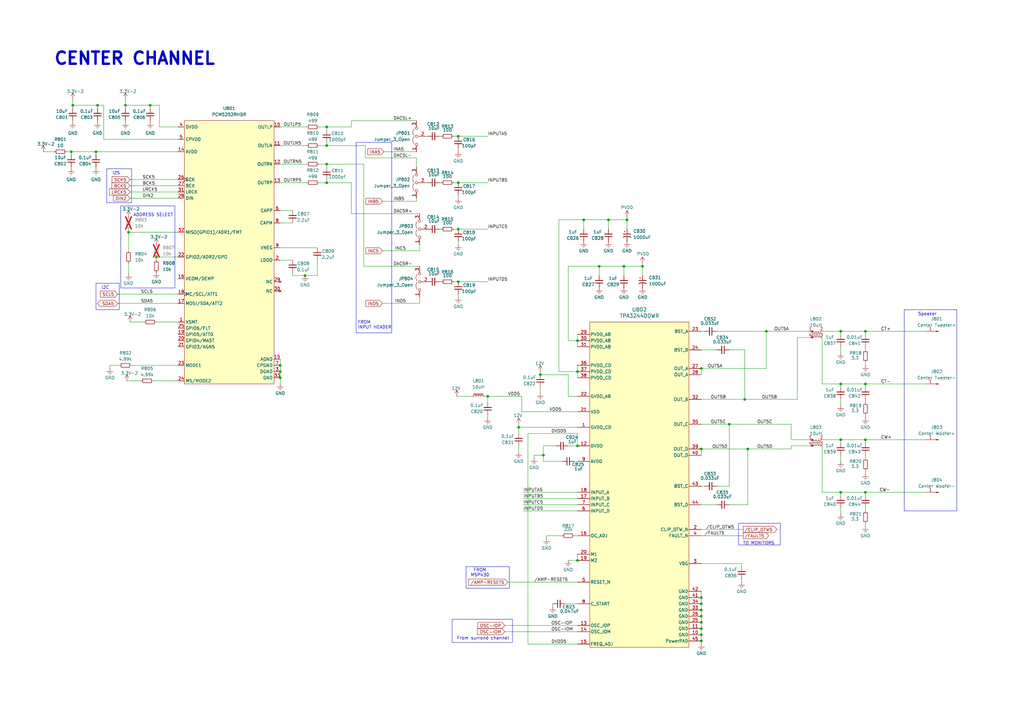
<source format=kicad_sch>
(kicad_sch (version 20250114) (generator "eeschema") (generator_version "9.0")
  (paper "A3")
  (title_block (title "Amplificateur Audio (Base Saine)") (date "2025-05-19") (rev "1.0") (company "NDG"))
  (rectangle (start 49.53 84.455) (end 71.755 118.11))
  (rectangle (start 370.84 127) (end 392.43 209.55))
  (rectangle (start 302.895 214.63) (end 320.04 223.52))
  (rectangle (start 185.42 254) (end 210.185 263.525))
  (rectangle (start 191.135 232.41) (end 208.915 241.3))
  (rectangle (start 39.37 116.205) (end 48.895 127))
  (rectangle (start 43.815 69.215) (end 53.975 83.185))
  (rectangle (start 146.05 58.42) (end 160.655 136.525))
  (text "Speaker\n" (at 380.365 128.905 0) (effects (font (size 1.27 1.27))))
  (text "I2S\n" (at 47.625 71.12 0) (effects (font (size 1.27 1.27))))
  (text "FROM\nMSP430\n" (at 196.85 234.95 0) (effects (font (size 1.27 1.27))))
  (text "CENTER CHANNEL\n" (at 55.245 24.13 0) (effects (font (size 5 5) (thickness 1) (bold yes))))
  (text "TO MONITORS" (at 311.15 222.885 0) (effects (font (size 1.27 1.27))))
  (text "From surrond channel\n\n" (at 198.12 262.89 0) (effects (font (size 1.27 1.27))))
  (text "ADDRESS SELECT" (at 62.865 88.265 0) (effects (font (size 1.27 1.27))))
  (text "FROM\nINPUT HEADER" (at 146.685 133.35 0) (effects (font (size 1.27 1.27)) (justify left)))
  (text "I2C\n" (at 43.18 118.11 0) (effects (font (size 1.27 1.27))))
  (junction (at 40.005 43.18))
  (junction (at 287.655 262.89))
  (junction (at 133.985 52.07))
  (junction (at 257.175 90.17))
  (junction (at 306.705 184.15))
  (junction (at 187.96 55.88))
  (junction (at 222.885 186.69))
  (junction (at 255.905 109.22))
  (junction (at 287.655 151.13))
  (junction (at 287.655 252.73))
  (junction (at 187.96 115.57))
  (junction (at 287.655 247.65))
  (junction (at 249.555 90.17))
  (junction (at 344.805 135.89))
  (junction (at 344.805 180.34))
  (junction (at 287.655 257.81))
  (junction (at 52.705 95.25))
  (junction (at 314.325 135.89))
  (junction (at 133.985 59.69))
  (junction (at 245.745 109.22))
  (junction (at 187.96 93.98))
  (junction (at 344.805 157.48))
  (junction (at 344.805 201.93))
  (junction (at 236.855 229.87))
  (junction (at 287.655 260.35))
  (junction (at 114.935 149.86))
  (junction (at 114.935 152.4))
  (junction (at 287.655 255.27))
  (junction (at 29.845 43.18))
  (junction (at 287.655 250.19))
  (junction (at 239.395 90.17))
  (junction (at 354.965 180.34))
  (junction (at 354.965 201.93))
  (junction (at 221.615 153.67))
  (junction (at 287.655 245.11))
  (junction (at 125.095 113.03))
  (junction (at 187.96 74.93))
  (junction (at 305.435 163.83))
  (junction (at 299.085 173.99))
  (junction (at 114.935 154.94))
  (junction (at 236.855 182.88))
  (junction (at 29.21 62.23))
  (junction (at 200.025 162.56))
  (junction (at 64.135 105.41))
  (junction (at 236.855 152.4))
  (junction (at 61.595 43.18))
  (junction (at 39.37 62.23))
  (junction (at 212.725 175.26))
  (junction (at 354.965 157.48))
  (junction (at 354.965 135.89))
  (junction (at 236.855 139.7))
  (junction (at 287.655 184.15))
  (junction (at 263.525 109.22))
  (junction (at 133.985 74.93))
  (junction (at 51.435 43.18))
  (junction (at 133.985 67.31))
  (wire (pts (xy 306.705 184.15) (xy 306.705 207.01)))
  (wire (pts (xy 287.655 184.15) (xy 287.655 186.69)))
  (wire (pts (xy 231.775 247.65) (xy 236.855 247.65)))
  (wire (pts (xy 51.435 40.64) (xy 51.435 43.18)))
  (wire (pts (xy 144.145 52.07) (xy 133.985 52.07)))
  (wire (pts (xy 233.045 229.87) (xy 236.855 229.87)))
  (wire (pts (xy 65.405 52.07) (xy 73.025 52.07)))
  (wire (pts (xy 219.075 186.69) (xy 222.885 186.69)))
  (wire (pts (xy 175.26 115.57) (xy 175.895 115.57)))
  (wire (pts (xy 304.165 238.76) (xy 304.165 237.49)))
  (wire (pts (xy 305.435 143.51) (xy 305.435 163.83)))
  (wire (pts (xy 344.805 180.34) (xy 344.805 181.61)))
  (wire (pts (xy 114.935 52.07) (xy 125.73 52.07)))
  (wire (pts (xy 230.505 189.23) (xy 222.885 189.23)))
  (wire (pts (xy 216.535 177.8) (xy 236.855 177.8)))
  (wire (pts (xy 48.26 120.65) (xy 73.025 120.65)))
  (wire (pts (xy 287.655 250.19) (xy 287.655 252.73)))
  (wire (pts (xy 287.655 257.81) (xy 287.655 260.35)))
  (wire (pts (xy 354.965 180.34) (xy 379.73 180.34)))
  (wire (pts (xy 222.885 182.88) (xy 222.885 186.69)))
  (wire (pts (xy 17.78 62.23) (xy 22.225 62.23)))
  (wire (pts (xy 288.925 135.89) (xy 287.655 135.89)))
  (wire (pts (xy 233.045 182.88) (xy 236.855 182.88)))
  (wire (pts (xy 144.145 49.53) (xy 144.145 52.07)))
  (wire (pts (xy 233.045 162.56) (xy 236.855 162.56)))
  (wire (pts (xy 62.865 156.21) (xy 73.025 156.21)))
  (wire (pts (xy 229.235 90.17) (xy 239.395 90.17)))
  (wire (pts (xy 42.545 57.15) (xy 42.545 43.18)))
  (wire (pts (xy 200.025 162.56) (xy 200.025 165.1)))
  (wire (pts (xy 337.185 157.48) (xy 344.805 157.48)))
  (wire (pts (xy 186.055 115.57) (xy 187.96 115.57)))
  (wire (pts (xy 324.485 182.88) (xy 324.485 184.15)))
  (wire (pts (xy 324.485 184.15) (xy 306.705 184.15)))
  (wire (pts (xy 354.965 209.55) (xy 354.965 208.28)))
  (wire (pts (xy 287.655 173.99) (xy 299.085 173.99)))
  (wire (pts (xy 120.015 113.03) (xy 125.095 113.03)))
  (wire (pts (xy 379.73 135.89) (xy 354.965 135.89)))
  (wire (pts (xy 354.965 171.45) (xy 354.965 170.18)))
  (wire (pts (xy 53.975 149.86) (xy 73.025 149.86)))
  (wire (pts (xy 172.085 109.22) (xy 149.225 109.22)))
  (wire (pts (xy 287.655 151.13) (xy 287.655 153.67)))
  (wire (pts (xy 29.21 62.23) (xy 39.37 62.23)))
  (wire (pts (xy 212.725 185.42) (xy 212.725 182.88)))
  (wire (pts (xy 61.595 50.165) (xy 61.595 49.53)))
  (wire (pts (xy 39.37 69.215) (xy 39.37 68.58)))
  (wire (pts (xy 354.965 143.51) (xy 354.965 142.24)))
  (wire (pts (xy 344.805 135.89) (xy 344.805 137.16)))
  (wire (pts (xy 156.845 82.55) (xy 170.815 82.55)))
  (wire (pts (xy 125.095 113.03) (xy 130.175 113.03)))
  (wire (pts (xy 133.985 74.93) (xy 133.985 73.66)))
  (wire (pts (xy 257.175 90.17) (xy 249.555 90.17)))
  (wire (pts (xy 39.37 62.23) (xy 73.025 62.23)))
  (wire (pts (xy 51.435 43.18) (xy 51.435 44.45)))
  (wire (pts (xy 175.26 74.93) (xy 174.625 74.93)))
  (wire (pts (xy 354.965 135.89) (xy 354.965 137.16)))
  (wire (pts (xy 212.725 175.26) (xy 212.725 177.8)))
  (wire (pts (xy 186.055 93.98) (xy 187.96 93.98)))
  (wire (pts (xy 235.585 189.23) (xy 236.855 189.23)))
  (wire (pts (xy 144.145 87.63) (xy 144.145 74.93)))
  (wire (pts (xy 53.34 81.28) (xy 73.025 81.28)))
  (wire (pts (xy 263.525 109.22) (xy 255.905 109.22)))
  (wire (pts (xy 172.085 87.63) (xy 144.145 87.63)))
  (wire (pts (xy 207.01 259.08) (xy 236.855 259.08)))
  (wire (pts (xy 53.34 78.74) (xy 73.025 78.74)))
  (wire (pts (xy 354.965 194.31) (xy 354.965 193.04)))
  (wire (pts (xy 170.815 49.53) (xy 144.145 49.53)))
  (wire (pts (xy 354.965 157.48) (xy 379.73 157.48)))
  (wire (pts (xy 213.995 162.56) (xy 200.025 162.56)))
  (wire (pts (xy 133.985 59.69) (xy 130.81 59.69)))
  (wire (pts (xy 337.185 180.34) (xy 344.805 180.34)))
  (wire (pts (xy 64.135 106.68) (xy 64.135 105.41)))
  (wire (pts (xy 236.855 137.16) (xy 236.855 139.7)))
  (wire (pts (xy 249.555 90.17) (xy 249.555 93.98)))
  (wire (pts (xy 287.655 245.11) (xy 287.655 247.65)))
  (wire (pts (xy 52.07 156.21) (xy 57.785 156.21)))
  (wire (pts (xy 120.015 91.44) (xy 114.935 91.44)))
  (wire (pts (xy 175.26 93.98) (xy 175.895 93.98)))
  (wire (pts (xy 354.965 157.48) (xy 354.965 158.75)))
  (wire (pts (xy 42.545 43.18) (xy 40.005 43.18)))
  (wire (pts (xy 73.025 57.15) (xy 42.545 57.15)))
  (wire (pts (xy 64.135 132.08) (xy 73.025 132.08)))
  (wire (pts (xy 65.405 43.18) (xy 61.595 43.18)))
  (wire (pts (xy 187.96 81.28) (xy 187.96 80.01)))
  (wire (pts (xy 52.705 95.25) (xy 52.705 102.87)))
  (wire (pts (xy 144.145 74.93) (xy 133.985 74.93)))
  (wire (pts (xy 180.34 115.57) (xy 180.975 115.57)))
  (wire (pts (xy 236.855 152.4) (xy 236.855 154.94)))
  (wire (pts (xy 337.185 182.88) (xy 337.185 201.93)))
  (wire (pts (xy 239.395 90.17) (xy 239.395 93.98)))
  (wire (pts (xy 287.655 260.35) (xy 287.655 262.89)))
  (wire (pts (xy 187.96 100.33) (xy 187.96 99.06)))
  (wire (pts (xy 45.085 151.13) (xy 45.085 149.86)))
  (wire (pts (xy 40.005 50.165) (xy 40.005 49.53)))
  (wire (pts (xy 287.655 242.57) (xy 287.655 245.11)))
  (wire (pts (xy 65.405 52.07) (xy 65.405 43.18)))
  (wire (pts (xy 332.105 182.88) (xy 324.485 182.88)))
  (wire (pts (xy 187.96 55.88) (xy 200.025 55.88)))
  (wire (pts (xy 294.005 135.89) (xy 314.325 135.89)))
  (wire (pts (xy 255.905 109.22) (xy 255.905 113.03)))
  (wire (pts (xy 344.805 201.93) (xy 344.805 203.2)))
  (wire (pts (xy 304.165 232.41) (xy 304.165 231.14)))
  (wire (pts (xy 233.045 153.67) (xy 233.045 162.56)))
  (wire (pts (xy 314.325 135.89) (xy 314.325 151.13)))
  (wire (pts (xy 45.085 149.86) (xy 48.895 149.86)))
  (wire (pts (xy 172.085 121.92) (xy 172.085 124.46)))
  (wire (pts (xy 304.8 217.17) (xy 287.655 217.17)))
  (wire (pts (xy 157.48 62.23) (xy 170.815 62.23)))
  (wire (pts (xy 186.055 55.88) (xy 187.96 55.88)))
  (wire (pts (xy 172.085 100.33) (xy 172.085 102.87)))
  (wire (pts (xy 29.21 69.215) (xy 29.21 68.58)))
  (wire (pts (xy 120.015 106.68) (xy 114.935 106.68)))
  (wire (pts (xy 200.025 170.18) (xy 200.025 171.45)))
  (wire (pts (xy 29.21 62.23) (xy 29.21 63.5)))
  (wire (pts (xy 120.015 86.36) (xy 114.935 86.36)))
  (wire (pts (xy 305.435 163.83) (xy 287.655 163.83)))
  (wire (pts (xy 221.615 161.29) (xy 221.615 158.75)))
  (wire (pts (xy 299.085 173.99) (xy 324.485 173.99)))
  (wire (pts (xy 114.935 74.93) (xy 125.73 74.93)))
  (wire (pts (xy 344.805 201.93) (xy 354.965 201.93)))
  (wire (pts (xy 73.025 105.41) (xy 64.135 105.41)))
  (wire (pts (xy 226.695 247.65) (xy 226.695 248.92)))
  (wire (pts (xy 337.185 201.93) (xy 344.805 201.93)))
  (wire (pts (xy 214.63 204.47) (xy 236.855 204.47)))
  (wire (pts (xy 337.185 135.89) (xy 344.805 135.89)))
  (wire (pts (xy 172.085 124.46) (xy 156.845 124.46)))
  (wire (pts (xy 133.985 67.31) (xy 130.81 67.31)))
  (wire (pts (xy 344.805 157.48) (xy 344.805 158.75)))
  (wire (pts (xy 344.805 210.82) (xy 344.805 208.28)))
  (wire (pts (xy 52.705 93.98) (xy 52.705 95.25)))
  (wire (pts (xy 52.705 95.25) (xy 73.025 95.25)))
  (wire (pts (xy 180.34 74.93) (xy 180.975 74.93)))
  (wire (pts (xy 133.985 52.07) (xy 130.81 52.07)))
  (wire (pts (xy 29.845 43.18) (xy 29.845 44.45)))
  (wire (pts (xy 287.655 255.27) (xy 287.655 257.81)))
  (wire (pts (xy 212.725 173.99) (xy 212.725 175.26)))
  (wire (pts (xy 299.085 173.99) (xy 299.085 199.39)))
  (wire (pts (xy 170.815 82.55) (xy 170.815 81.28)))
  (wire (pts (xy 133.985 53.34) (xy 133.985 52.07)))
  (wire (pts (xy 29.845 40.64) (xy 29.845 43.18)))
  (wire (pts (xy 114.935 59.69) (xy 125.73 59.69)))
  (wire (pts (xy 233.045 153.67) (xy 221.615 153.67)))
  (wire (pts (xy 175.26 55.88) (xy 174.625 55.88)))
  (wire (pts (xy 149.86 59.69) (xy 133.985 59.69)))
  (wire (pts (xy 354.965 201.93) (xy 354.965 203.2)))
  (wire (pts (xy 287.655 247.65) (xy 287.655 250.19)))
  (wire (pts (xy 214.63 207.01) (xy 236.855 207.01)))
  (wire (pts (xy 120.015 113.03) (xy 120.015 111.76)))
  (wire (pts (xy 354.965 215.9) (xy 354.965 214.63)))
  (wire (pts (xy 287.655 184.15) (xy 306.705 184.15)))
  (wire (pts (xy 53.34 73.66) (xy 73.025 73.66)))
  (wire (pts (xy 314.325 135.89) (xy 332.105 135.89)))
  (wire (pts (xy 51.435 50.165) (xy 51.435 49.53)))
  (wire (pts (xy 233.045 109.22) (xy 233.045 139.7)))
  (wire (pts (xy 236.855 264.16) (xy 216.535 264.16)))
  (wire (pts (xy 207.01 256.54) (xy 236.855 256.54)))
  (wire (pts (xy 354.965 187.96) (xy 354.965 186.69)))
  (wire (pts (xy 344.805 157.48) (xy 354.965 157.48)))
  (wire (pts (xy 324.485 180.34) (xy 332.105 180.34)))
  (wire (pts (xy 245.745 109.22) (xy 233.045 109.22)))
  (wire (pts (xy 180.34 93.98) (xy 180.975 93.98)))
  (wire (pts (xy 214.63 209.55) (xy 236.855 209.55)))
  (wire (pts (xy 299.085 199.39) (xy 294.005 199.39)))
  (wire (pts (xy 239.395 90.17) (xy 249.555 90.17)))
  (wire (pts (xy 208.28 238.76) (xy 236.855 238.76)))
  (wire (pts (xy 287.655 252.73) (xy 287.655 255.27)))
  (wire (pts (xy 29.845 43.18) (xy 40.005 43.18)))
  (wire (pts (xy 327.025 138.43) (xy 327.025 163.83)))
  (wire (pts (xy 213.995 168.91) (xy 213.995 162.56)))
  (wire (pts (xy 324.485 173.99) (xy 324.485 180.34)))
  (wire (pts (xy 214.63 201.93) (xy 236.855 201.93)))
  (wire (pts (xy 61.595 44.45) (xy 61.595 43.18)))
  (wire (pts (xy 236.855 149.86) (xy 236.855 152.4)))
  (wire (pts (xy 187.325 162.56) (xy 193.675 162.56)))
  (wire (pts (xy 180.34 55.88) (xy 180.975 55.88)))
  (wire (pts (xy 344.805 135.89) (xy 354.965 135.89)))
  (wire (pts (xy 186.055 74.93) (xy 187.96 74.93)))
  (wire (pts (xy 354.965 165.1) (xy 354.965 163.83)))
  (wire (pts (xy 114.935 149.86) (xy 114.935 152.4)))
  (wire (pts (xy 287.655 264.16) (xy 287.655 262.89)))
  (wire (pts (xy 344.805 180.34) (xy 354.965 180.34)))
  (wire (pts (xy 51.435 43.18) (xy 61.595 43.18)))
  (wire (pts (xy 337.185 138.43) (xy 337.185 157.48)))
  (wire (pts (xy 263.525 113.03) (xy 263.525 109.22)))
  (wire (pts (xy 170.815 64.77) (xy 170.815 68.58)))
  (wire (pts (xy 198.755 162.56) (xy 200.025 162.56)))
  (wire (pts (xy 263.525 107.95) (xy 263.525 109.22)))
  (wire (pts (xy 114.935 154.94) (xy 114.935 157.48)))
  (wire (pts (xy 327.025 163.83) (xy 305.435 163.83)))
  (wire (pts (xy 236.855 168.91) (xy 213.995 168.91)))
  (wire (pts (xy 130.175 101.6) (xy 114.935 101.6)))
  (wire (pts (xy 187.96 121.92) (xy 187.96 120.65)))
  (wire (pts (xy 130.175 106.68) (xy 130.175 113.03)))
  (wire (pts (xy 212.725 175.26) (xy 236.855 175.26)))
  (wire (pts (xy 344.805 189.23) (xy 344.805 186.69)))
  (wire (pts (xy 354.965 201.93) (xy 379.73 201.93)))
  (wire (pts (xy 27.305 62.23) (xy 29.21 62.23)))
  (wire (pts (xy 29.845 50.165) (xy 29.845 49.53)))
  (wire (pts (xy 114.935 147.32) (xy 114.935 149.86)))
  (wire (pts (xy 149.225 67.31) (xy 133.985 67.31)))
  (wire (pts (xy 229.235 152.4) (xy 229.235 90.17)))
  (wire (pts (xy 187.96 115.57) (xy 200.025 115.57)))
  (wire (pts (xy 149.86 59.69) (xy 149.86 64.77)))
  (wire (pts (xy 236.855 227.33) (xy 236.855 229.87)))
  (wire (pts (xy 257.175 88.9) (xy 257.175 90.17)))
  (wire (pts (xy 236.855 152.4) (xy 229.235 152.4)))
  (wire (pts (xy 235.585 219.71) (xy 236.855 219.71)))
  (wire (pts (xy 327.025 138.43) (xy 332.105 138.43)))
  (wire (pts (xy 221.615 152.4) (xy 221.615 153.67)))
  (wire (pts (xy 245.745 109.22) (xy 245.745 113.03)))
  (wire (pts (xy 39.37 63.5) (xy 39.37 62.23)))
  (wire (pts (xy 236.855 139.7) (xy 236.855 142.24)))
  (wire (pts (xy 133.985 68.58) (xy 133.985 67.31)))
  (wire (pts (xy 114.935 67.31) (xy 125.73 67.31)))
  (wire (pts (xy 299.085 207.01) (xy 306.705 207.01)))
  (wire (pts (xy 149.86 64.77) (xy 170.815 64.77)))
  (wire (pts (xy 222.885 186.69) (xy 222.885 189.23)))
  (wire (pts (xy 314.325 151.13) (xy 287.655 151.13)))
  (wire (pts (xy 288.925 199.39) (xy 287.655 199.39)))
  (wire (pts (xy 233.045 139.7) (xy 236.855 139.7)))
  (wire (pts (xy 114.935 152.4) (xy 114.935 154.94)))
  (wire (pts (xy 224.155 219.71) (xy 230.505 219.71)))
  (wire (pts (xy 287.655 219.71) (xy 304.8 219.71)))
  (wire (pts (xy 245.745 109.22) (xy 255.905 109.22)))
  (wire (pts (xy 187.96 74.93) (xy 200.025 74.93)))
  (wire (pts (xy 130.81 74.93) (xy 133.985 74.93)))
  (wire (pts (xy 287.655 207.01) (xy 294.005 207.01)))
  (wire (pts (xy 236.855 177.8) (xy 236.855 182.88)))
  (wire (pts (xy 187.96 62.23) (xy 187.96 60.96)))
  (wire (pts (xy 299.085 143.51) (xy 305.435 143.51)))
  (wire (pts (xy 52.705 107.95) (xy 52.705 112.395)))
  (wire (pts (xy 149.225 109.22) (xy 149.225 67.31)))
  (wire (pts (xy 216.535 264.16) (xy 216.535 177.8)))
  (wire (pts (xy 172.085 102.87) (xy 156.845 102.87)))
  (wire (pts (xy 219.075 186.69) (xy 219.075 187.96)))
  (wire (pts (xy 133.985 58.42) (xy 133.985 59.69)))
  (wire (pts (xy 227.965 182.88) (xy 222.885 182.88)))
  (wire (pts (xy 224.155 220.98) (xy 224.155 219.71)))
  (wire (pts (xy 354.965 180.34) (xy 354.965 181.61)))
  (wire (pts (xy 53.34 76.2) (xy 73.025 76.2)))
  (wire (pts (xy 344.805 166.37) (xy 344.805 163.83)))
  (wire (pts (xy 344.805 144.78) (xy 344.805 142.24)))
  (wire (pts (xy 187.96 93.98) (xy 200.025 93.98)))
  (wire (pts (xy 40.005 44.45) (xy 40.005 43.18)))
  (wire (pts (xy 53.34 132.08) (xy 59.055 132.08)))
  (wire (pts (xy 294.005 143.51) (xy 287.655 143.51)))
  (wire (pts (xy 48.26 124.46) (xy 73.025 124.46)))
  (wire (pts (xy 304.165 231.14) (xy 287.655 231.14)))
  (wire (pts (xy 257.175 93.98) (xy 257.175 90.17)))
  (wire (pts (xy 354.965 149.86) (xy 354.965 148.59)))
  (label "INC5" (at 161.925 102.87 0))
  (label "OUT5D" (at 310.515 184.15 0))
  (label "DAC5L-" (at 161.29 64.77 0))
  (label "INA5" (at 161.29 62.23 0))
  (label "INPUTB5" (at 200.025 74.93 0))
  (label "LRCK5" (at 58.42 78.74 0))
  (label "DAC5R+" (at 161.29 87.63 0))
  (label "OUT5D" (at 292.1 184.15 0))
  (label "INPUTD5" (at 214.63 209.55 0))
  (label "BCK5" (at 58.42 76.2 0))
  (label "DAC5L+" (at 161.29 49.53 0))
  (label "OSC-IOP" (at 226.06 256.54 0))
  (label "DVDD5" (at 226.06 264.16 0))
  (label "DAC5R-" (at 161.29 109.22 0))
  (label "OSC-IOM" (at 226.06 259.08 0))
  (label "CT-" (at 361.315 157.48 0))
  (label "OUT5C" (at 310.515 173.99 0))
  (label "{slash}CLIP_OTW5" (at 289.56 217.17 0))
  (label "OUT5C" (at 291.465 173.99 0))
  (label "INB5" (at 161.29 82.55 0))
  (label "VDD5" (at 225.3083 168.91 0))
  (label "INPUTC5" (at 214.63 207.01 0))
  (label "OUTRP5" (at 116.205 74.93 0))
  (label "INPUTA5" (at 200.025 55.88 0))
  (label "INPUTC5" (at 200.025 93.98 0))
  (label "SCK5" (at 58.42 73.66 0))
  (label "CW+" (at 361.315 180.34 0))
  (label "OUT5A" (at 290.195 151.13 0))
  (label "SCL5" (at 57.785 120.65 0))
  (label "DIN2" (at 58.42 81.28 0))
  (label "OUT5B" (at 312.42 163.83 0))
  (label "{slash}FAULT5" (at 288.925 219.71 0))
  (label "OUT5B" (at 291.465 163.83 0))
  (label "INPUTB5" (at 214.63 204.47 0))
  (label "CW-" (at 360.68 201.93 0))
  (label "VDD5" (at 208.28 162.56 0))
  (label "IND5" (at 161.925 124.46 0))
  (label "SDA5" (at 57.785 124.46 0))
  (label "OUTLN5" (at 116.205 59.69 0))
  (label "DVDD5" (at 226.06 177.8 0))
  (label "OUTLP5" (at 116.205 52.07 0))
  (label "OUT5A" (at 317.5 135.89 0))
  (label "INPUTD5" (at 200.025 115.57 0))
  (label "CT+" (at 361.315 135.89 0))
  (label "{slash}AMP-RESET5" (at 219.075 238.76 0))
  (label "OUTRN5" (at 116.205 67.31 0))
  (label "INPUTA5" (at 214.63 201.93 0))
  (global_label "INC5" (shape input) (at 156.845 102.87 180) (property "Intersheetrefs" "${INTERSHEET_REFS}" (effects (hide yes))))
  (global_label "SCK5" (shape input) (at 53.34 73.66 180) (property "Intersheetrefs" "${INTERSHEET_REFS}" (effects (hide yes))))
  (global_label "OSC-IOP" (shape input) (at 207.01 256.54 180) (property "Intersheetrefs" "${INTERSHEET_REFS}" (effects (hide yes))))
  (global_label "SCL5" (shape input) (at 48.26 120.65 180) (property "Intersheetrefs" "${INTERSHEET_REFS}" (effects (hide yes))))
  (global_label "INA5" (shape input) (at 157.48 62.23 180) (property "Intersheetrefs" "${INTERSHEET_REFS}" (effects (hide yes))))
  (global_label "{slash}CLIP_OTW5" (shape output) (at 304.8 217.17 0) (property "Intersheetrefs" "${INTERSHEET_REFS}" (effects (hide yes))))
  (global_label "INB5" (shape input) (at 156.845 82.55 180) (property "Intersheetrefs" "${INTERSHEET_REFS}" (effects (hide yes))))
  (global_label "{slash}FAULT5" (shape output) (at 304.8 219.71 0) (property "Intersheetrefs" "${INTERSHEET_REFS}" (effects (hide yes))))
  (global_label "{slash}AMP-RESET5" (shape input) (at 208.28 238.76 180) (property "Intersheetrefs" "${INTERSHEET_REFS}" (effects (hide yes))))
  (global_label "LRCK5" (shape input) (at 53.34 78.74 180) (property "Intersheetrefs" "${INTERSHEET_REFS}" (effects (hide yes))))
  (global_label "DIN2" (shape input) (at 53.34 81.28 180) (property "Intersheetrefs" "${INTERSHEET_REFS}" (effects (hide yes))))
  (global_label "SDA5" (shape bidirectional) (at 48.26 124.46 180) (property "Intersheetrefs" "${INTERSHEET_REFS}" (effects (hide yes))))
  (global_label "BCK5" (shape input) (at 53.34 76.2 180) (property "Intersheetrefs" "${INTERSHEET_REFS}" (effects (hide yes))))
  (global_label "IND5" (shape input) (at 156.845 124.46 180) (property "Intersheetrefs" "${INTERSHEET_REFS}" (effects (hide yes))))
  (global_label "OSC-IOM" (shape input) (at 207.01 259.08 180) (property "Intersheetrefs" "${INTERSHEET_REFS}" (effects (hide yes))))
  (symbol (lib_id "power:Earth") (at 200.025 171.45 0) (unit 1)
    (property "Reference" "#PWR0656" (effects (hide yes)))
    (property "Value" "GND" (at 200.025 175.26 0))
    (property "Description" "Power symbol creates a global label with name \"Earth\"" (effects (hide yes)))
  )
  (symbol (lib_id "Device:C_Small") (at 39.37 66.04 180) (unit 1)
    (property "Reference" "C804" (at 34.925 67.183 0))
    (property "Value" "0.1uF" (at 34.925 64.643 0))
    (property "Description" "Unpolarized capacitor, small symbol" (effects (hide yes)))
  )
  (symbol (lib_id "Device:C_Small") (at 120.015 88.9 0) (unit 1)
    (property "Reference" "C807" (at 124.46 87.757 0))
    (property "Value" "2.2uF" (at 124.46 90.297 0))
    (property "Description" "Unpolarized capacitor, small symbol" (effects (hide yes)))
  )
  (symbol (lib_id "Device:C_Small") (at 344.805 139.7 180) (unit 1)
    (property "Reference" "C837" (at 340.36 140.843 0))
    (property "Value" "1uF" (at 340.36 138.303 0))
    (property "Description" "Unpolarized capacitor, small symbol" (effects (hide yes)))
  )
  (symbol (lib_id "Device:C_Small") (at 61.595 46.99 180) (unit 1)
    (property "Reference" "C806" (at 57.15 48.133 0))
    (property "Value" "0.1uF" (at 57.15 45.593 0))
    (property "Description" "Unpolarized capacitor, small symbol" (effects (hide yes)))
  )
  (symbol (lib_id "Connector:Conn_01x01_Pin") (at 384.81 135.89 180) (unit 1)
    (property "Reference" "J801" (at 384.175 130.81 0))
    (property "Value" "Center Tweeter+" (at 384.175 133.35 0))
    (property "Description" "Generic connector, single row, 01x01, script generated" (effects (hide yes)))
  )
  (symbol (lib_id "Jumper:Jumper_3_Open") (at 170.815 55.88 90) (unit 1)
    (property "Reference" "JP801" (at 168.275 54.6099 90) (effects (justify left)))
    (property "Value" "Jumper_3_Open" (at 168.275 57.1499 90) (effects (justify left)))
    (property "Description" "Jumper, 3-pole, both open" (effects (hide yes)))
  )
  (symbol (lib_id "power:Earth") (at 39.37 69.215 0) (unit 1)
    (property "Reference" "#PWR0638" (effects (hide yes)))
    (property "Value" "GND" (at 39.37 73.66 0))
    (property "Description" "Power symbol creates a global label with name \"Earth\"" (effects (hide yes)))
  )
  (symbol (lib_id "power:+12V") (at 212.725 173.99 0) (unit 1)
    (property "Reference" "#PWR0825" (effects (hide yes)))
    (property "Value" "12V" (at 212.471 170.434 0))
    (property "Description" "Power symbol creates a global label with name \"+12V\"" (effects (hide yes)))
  )
  (symbol (lib_id "power:Earth") (at 354.965 149.86 0) (unit 1)
    (property "Reference" "#PWR0669" (effects (hide yes)))
    (property "Value" "GND" (at 354.965 153.67 0))
    (property "Description" "Power symbol creates a global label with name \"Earth\"" (effects (hide yes)))
  )
  (symbol (lib_id "Device:R_Small") (at 64.135 102.87 180) (unit 1) (dnp yes)
    (property "Reference" "R807" (at 66.675 101.5999 0) (effects (justify right)))
    (property "Value" "10k" (at 66.675 104.1399 0) (effects (justify right)))
    (property "Description" "Resistor, small symbol" (effects (hide yes)))
  )
  (symbol (lib_id "power:Earth") (at 221.615 161.29 0) (unit 1)
    (property "Reference" "#PWR0657" (effects (hide yes)))
    (property "Value" "GND" (at 221.615 165.1 0))
    (property "Description" "Power symbol creates a global label with name \"Earth\"" (effects (hide yes)))
  )
  (symbol (lib_id "Device:L_Iron_Small") (at 196.215 162.56 90) (unit 1)
    (property "Reference" "L801" (at 196.215 156.21 90))
    (property "Value" "10uH" (at 196.215 158.75 90))
    (property "Description" "Inductor with iron core, small symbol" (effects (hide yes)))
  )
  (symbol (lib_id "Device:C_Small") (at 187.96 77.47 0) (unit 1)
    (property "Reference" "C817" (at 192.405 76.327 0))
    (property "Value" "100pF" (at 192.405 78.867 0))
    (property "Description" "Unpolarized capacitor, small symbol" (effects (hide yes)))
  )
  (symbol (lib_id "Device:C_Small") (at 230.505 182.88 270) (unit 1)
    (property "Reference" "C824" (at 234.569 179.324 90))
    (property "Value" "1uF" (at 234.823 181.102 90))
    (property "Description" "Unpolarized capacitor, small symbol" (effects (hide yes)))
  )
  (symbol (lib_id "Device:C_Small") (at 212.725 180.34 180) (unit 1)
    (property "Reference" "C821" (at 208.28 181.483 0))
    (property "Value" "0.1uF" (at 208.28 178.943 0))
    (property "Description" "Unpolarized capacitor, small symbol" (effects (hide yes)))
  )
  (symbol (lib_id "Device:C_Small") (at 187.96 118.11 0) (unit 1)
    (property "Reference" "C819" (at 192.405 116.967 0))
    (property "Value" "100pF" (at 192.405 119.507 0))
    (property "Description" "Unpolarized capacitor, small symbol" (effects (hide yes)))
  )
  (symbol (lib_id "power:Earth") (at 354.965 171.45 0) (unit 1)
    (property "Reference" "#PWR0671" (effects (hide yes)))
    (property "Value" "GND" (at 354.965 175.26 0))
    (property "Description" "Power symbol creates a global label with name \"Earth\"" (effects (hide yes)))
  )
  (symbol (lib_id "Device:L_Iron_Coupled_Small_1243") (at 334.645 181.61 0) (unit 1)
    (property "Reference" "L803" (at 334.645 175.26 0))
    (property "Value" "10uH" (at 334.645 177.8 0))
    (property "Description" "Coupled inductor with iron core, small symbol" (effects (hide yes)))
  )
  (symbol (lib_id "Device:C_Small") (at 133.985 55.88 0) (unit 1)
    (property "Reference" "C810" (at 138.43 54.737 0))
    (property "Value" "1000pF" (at 138.43 57.277 0))
    (property "Description" "Unpolarized capacitor, small symbol" (effects (hide yes)))
  )
  (symbol (lib_id "power:+3V3") (at 51.435 40.64 0) (unit 1)
    (property "Reference" "#PWR0720" (effects (hide yes)))
    (property "Value" "3.3V-2" (at 48.895 37.465 0) (effects (justify left)))
    (property "Description" "Power symbol creates a global label with name \"+3V3\"" (effects (hide yes)))
  )
  (symbol (lib_id "power:Earth") (at 224.155 220.98 0) (unit 1)
    (property "Reference" "#PWR0649" (effects (hide yes)))
    (property "Value" "GND" (at 224.155 224.79 0))
    (property "Description" "Power symbol creates a global label with name \"Earth\"" (effects (hide yes)))
  )
  (symbol (lib_id "Device:C_Small") (at 344.805 161.29 180) (unit 1)
    (property "Reference" "C838" (at 340.36 162.433 0))
    (property "Value" "1uF" (at 340.36 159.893 0))
    (property "Description" "Unpolarized capacitor, small symbol" (effects (hide yes)))
  )
  (symbol (lib_id "power:Earth") (at 245.745 118.11 0) (unit 1)
    (property "Reference" "#PWR0660" (effects (hide yes)))
    (property "Value" "GND" (at 245.745 121.92 0))
    (property "Description" "Power symbol creates a global label with name \"Earth\"" (effects (hide yes)))
  )
  (symbol (lib_id "Jumper:Jumper_3_Open") (at 170.815 74.93 90) (unit 1)
    (property "Reference" "JP802" (at 168.275 73.6599 90) (effects (justify left)))
    (property "Value" "Jumper_3_Open" (at 168.275 76.1999 90) (effects (justify left)))
    (property "Description" "Jumper, 3-pole, both open" (effects (hide yes)))
  )
  (symbol (lib_id "power:Earth") (at 233.045 229.87 0) (unit 1)
    (property "Reference" "#PWR0650" (effects (hide yes)))
    (property "Value" "GND" (at 233.045 233.68 0))
    (property "Description" "Power symbol creates a global label with name \"Earth\"" (effects (hide yes)))
  )
  (symbol (lib_id "power:Earth") (at 29.845 50.165 0) (unit 1)
    (property "Reference" "#PWR0632" (effects (hide yes)))
    (property "Value" "GND" (at 29.845 54.61 0))
    (property "Description" "Power symbol creates a global label with name \"Earth\"" (effects (hide yes)))
  )
  (symbol (lib_id "power:Earth") (at 40.005 50.165 0) (unit 1)
    (property "Reference" "#PWR0633" (effects (hide yes)))
    (property "Value" "GND" (at 40.005 54.61 0))
    (property "Description" "Power symbol creates a global label with name \"Earth\"" (effects (hide yes)))
  )
  (symbol (lib_id "Device:R_Small") (at 128.27 59.69 270) (unit 1)
    (property "Reference" "R810" (at 128.27 54.61 90))
    (property "Value" "499" (at 128.27 57.15 90))
    (property "Description" "Resistor, small symbol" (effects (hide yes)))
  )
  (symbol (lib_id "power:Earth") (at 29.21 69.215 0) (unit 1)
    (property "Reference" "#PWR0636" (effects (hide yes)))
    (property "Value" "GND" (at 29.21 73.66 0))
    (property "Description" "Power symbol creates a global label with name \"Earth\"" (effects (hide yes)))
  )
  (symbol (lib_id "Connector:Conn_01x01_Pin") (at 384.81 201.93 180) (unit 1)
    (property "Reference" "J804" (at 384.175 196.85 0))
    (property "Value" "Center Woofer-" (at 384.175 199.39 0))
    (property "Description" "Generic connector, single row, 01x01, script generated" (effects (hide yes)))
  )
  (symbol (lib_id "Device:R_Small") (at 128.27 52.07 270) (unit 1)
    (property "Reference" "R809" (at 128.27 46.99 90))
    (property "Value" "499" (at 128.27 49.53 90))
    (property "Description" "Resistor, small symbol" (effects (hide yes)))
  )
  (symbol (lib_id "power:Earth") (at 61.595 50.165 0) (unit 1)
    (property "Reference" "#PWR0635" (effects (hide yes)))
    (property "Value" "GND" (at 61.595 54.61 0))
    (property "Description" "Power symbol creates a global label with name \"Earth\"" (effects (hide yes)))
  )
  (symbol (lib_id "power:+12V") (at 257.175 88.9 0) (unit 1)
    (property "Reference" "#PWR0837" (effects (hide yes)))
    (property "Value" "PVDD" (at 257.175 85.09 0))
    (property "Description" "Power symbol creates a global label with name \"+12V\"" (effects (hide yes)))
  )
  (symbol (lib_id "power:+3V3") (at 29.845 40.64 0) (unit 1)
    (property "Reference" "#PWR0719" (effects (hide yes)))
    (property "Value" "3.3V-2" (at 27.305 37.465 0) (effects (justify left)))
    (property "Description" "Power symbol creates a global label with name \"+3V3\"" (effects (hide yes)))
  )
  (symbol (lib_id "Device:R_Small") (at 233.045 219.71 270) (unit 1)
    (property "Reference" "R817" (at 233.045 215.646 90))
    (property "Value" "22k" (at 233.045 217.17 90))
    (property "Description" "Resistor, small symbol" (effects (hide yes)))
  )
  (symbol (lib_id "Device:C_Small") (at 40.005 46.99 180) (unit 1)
    (property "Reference" "C803" (at 35.56 48.133 0))
    (property "Value" "0.1uF" (at 35.56 45.593 0))
    (property "Description" "Unpolarized capacitor, small symbol" (effects (hide yes)))
  )
  (symbol (lib_id "power:Earth") (at 255.905 118.11 0) (unit 1)
    (property "Reference" "#PWR0659" (effects (hide yes)))
    (property "Value" "GND" (at 255.905 121.92 0))
    (property "Description" "Power symbol creates a global label with name \"Earth\"" (effects (hide yes)))
  )
  (symbol (lib_id "Device:C_Small") (at 344.805 205.74 180) (unit 1)
    (property "Reference" "C840" (at 340.36 206.883 0))
    (property "Value" "1uF" (at 340.36 204.343 0))
    (property "Description" "Unpolarized capacitor, small symbol" (effects (hide yes)))
  )
  (symbol (lib_id "Device:C_Polarized_Small_US") (at 257.175 96.52 0) (unit 1)
    (property "Reference" "C830" (at 259.715 94.8181 0) (effects (justify left)))
    (property "Value" "1000uF" (at 259.715 97.3581 0) (effects (justify left)))
    (property "Description" "Polarized capacitor, small US symbol" (effects (hide yes)))
  )
  (symbol (lib_id "Device:C_Small") (at 177.8 74.93 90) (unit 1)
    (property "Reference" "C813" (at 177.673 69.977 90))
    (property "Value" "10uF" (at 178.054 71.628 90))
    (property "Description" "Unpolarized capacitor, small symbol" (effects (hide yes)))
  )
  (symbol (lib_id "Device:C_Small") (at 29.21 66.04 180) (unit 1)
    (property "Reference" "C802" (at 24.765 67.183 0))
    (property "Value" "10uF" (at 24.765 64.643 0))
    (property "Description" "Unpolarized capacitor, small symbol" (effects (hide yes)))
  )
  (symbol (lib_id "power:Earth") (at 226.695 248.92 0) (unit 1)
    (property "Reference" "#PWR0651" (effects (hide yes)))
    (property "Value" "GND" (at 226.695 252.73 0))
    (property "Description" "Power symbol creates a global label with name \"Earth\"" (effects (hide yes)))
  )
  (symbol (lib_id "power:Earth") (at 344.805 166.37 0) (unit 1)
    (property "Reference" "#PWR0670" (effects (hide yes)))
    (property "Value" "GND" (at 344.805 170.18 0))
    (property "Description" "Power symbol creates a global label with name \"Earth\"" (effects (hide yes)))
  )
  (symbol (lib_id "Device:C_Small") (at 354.965 139.7 180) (unit 1)
    (property "Reference" "C841" (at 350.52 140.843 0))
    (property "Value" "0.01uF" (at 350.52 138.303 0))
    (property "Description" "Unpolarized capacitor, small symbol" (effects (hide yes)))
  )
  (symbol (lib_id "Device:C_Small") (at 187.96 96.52 0) (unit 1)
    (property "Reference" "C818" (at 192.405 95.377 0))
    (property "Value" "100pF" (at 192.405 97.917 0))
    (property "Description" "Unpolarized capacitor, small symbol" (effects (hide yes)))
  )
  (symbol (lib_id "Device:C_Small") (at 120.015 109.22 0) (unit 1)
    (property "Reference" "C808" (at 124.46 108.077 0))
    (property "Value" "0.1uF" (at 124.46 110.617 0))
    (property "Description" "Unpolarized capacitor, small symbol" (effects (hide yes)))
  )
  (symbol (lib_id "Device:C_Small") (at 130.175 104.14 0) (unit 1)
    (property "Reference" "C809" (at 134.62 102.997 0))
    (property "Value" "2.2uF" (at 134.62 105.537 0))
    (property "Description" "Unpolarized capacitor, small symbol" (effects (hide yes)))
  )
  (symbol (lib_id "power:Earth") (at 263.525 118.11 0) (unit 1)
    (property "Reference" "#PWR0658" (effects (hide yes)))
    (property "Value" "GND" (at 263.525 121.92 0))
    (property "Description" "Power symbol creates a global label with name \"Earth\"" (effects (hide yes)))
  )
  (symbol (lib_id "Device:R_Small") (at 354.965 212.09 0) (unit 1)
    (property "Reference" "R821" (at 350.901 210.82 0))
    (property "Value" "3.3" (at 350.647 212.852 0))
    (property "Description" "Resistor, small symbol" (effects (hide yes)))
  )
  (symbol (lib_id "power:+3V3") (at 52.705 88.9 0) (unit 1)
    (property "Reference" "#PWR0722" (effects (hide yes)))
    (property "Value" "3.3V-2" (at 50.165 85.725 0) (effects (justify left)))
    (property "Description" "Power symbol creates a global label with name \"+3V3\"" (effects (hide yes)))
  )
  (symbol (lib_id "Device:C_Small") (at 255.905 115.57 180) (unit 1)
    (property "Reference" "C829" (at 251.46 116.713 0))
    (property "Value" "1uF" (at 251.46 114.173 0))
    (property "Description" "Unpolarized capacitor, small symbol" (effects (hide yes)))
  )
  (symbol (lib_id "Device:C_Small") (at 221.615 156.21 180) (unit 1)
    (property "Reference" "C822" (at 217.17 157.353 0))
    (property "Value" "0.1uF" (at 217.17 154.813 0))
    (property "Description" "Unpolarized capacitor, small symbol" (effects (hide yes)))
  )
  (symbol (lib_id "Device:C_Small") (at 239.395 96.52 180) (unit 1)
    (property "Reference" "C826" (at 234.95 97.663 0))
    (property "Value" "1uF" (at 234.95 95.123 0))
    (property "Description" "Unpolarized capacitor, small symbol" (effects (hide yes)))
  )
  (symbol (lib_id "power:Earth") (at 287.655 264.16 0) (unit 1)
    (property "Reference" "#PWR0652" (effects (hide yes)))
    (property "Value" "GND" (at 287.655 267.97 0))
    (property "Description" "Power symbol creates a global label with name \"Earth\"" (effects (hide yes)))
  )
  (symbol (lib_id "Device:C_Small") (at 354.965 205.74 180) (unit 1)
    (property "Reference" "C844" (at 350.52 206.883 0))
    (property "Value" "0.01uF" (at 350.52 204.343 0))
    (property "Description" "Unpolarized capacitor, small symbol" (effects (hide yes)))
  )
  (symbol (lib_id "Device:R_Small") (at 183.515 93.98 270) (unit 1)
    (property "Reference" "R815" (at 183.515 89.916 90))
    (property "Value" "100" (at 183.515 91.44 90))
    (property "Description" "Resistor, small symbol" (effects (hide yes)))
  )
  (symbol (lib_id "power:Earth") (at 187.96 62.23 0) (unit 1)
    (property "Reference" "#PWR0647" (effects (hide yes)))
    (property "Value" "GND" (at 187.96 66.04 0))
    (property "Description" "Power symbol creates a global label with name \"Earth\"" (effects (hide yes)))
  )
  (symbol (lib_id "Device:C_Small") (at 296.545 143.51 270) (unit 1)
    (property "Reference" "C834" (at 296.291 138.43 90))
    (property "Value" "0.033uF" (at 296.291 140.208 90))
    (property "Description" "Unpolarized capacitor, small symbol" (effects (hide yes)))
  )
  (symbol (lib_id "Device:R_Small") (at 183.515 74.93 270) (unit 1)
    (property "Reference" "R814" (at 183.515 70.866 90))
    (property "Value" "100" (at 183.515 72.39 90))
    (property "Description" "Resistor, small symbol" (effects (hide yes)))
  )
  (symbol (lib_id "Device:C_Small") (at 177.8 93.98 90) (unit 1)
    (property "Reference" "C814" (at 177.673 89.027 90))
    (property "Value" "10uF" (at 178.054 90.678 90))
    (property "Description" "Unpolarized capacitor, small symbol" (effects (hide yes)))
  )
  (symbol (lib_id "Device:C_Small") (at 133.985 71.12 0) (unit 1)
    (property "Reference" "C811" (at 138.43 69.977 0))
    (property "Value" "1000pF" (at 138.43 72.517 0))
    (property "Description" "Unpolarized capacitor, small symbol" (effects (hide yes)))
  )
  (symbol (lib_id "Device:C_Small") (at 187.96 58.42 0) (unit 1)
    (property "Reference" "C816" (at 192.405 57.277 0))
    (property "Value" "100pF" (at 192.405 59.817 0))
    (property "Description" "Unpolarized capacitor, small symbol" (effects (hide yes)))
  )
  (symbol (lib_id "power:+12V") (at 221.615 152.4 0) (unit 1)
    (property "Reference" "#PWR0828" (effects (hide yes)))
    (property "Value" "12V" (at 221.361 149.098 0))
    (property "Description" "Power symbol creates a global label with name \"+12V\"" (effects (hide yes)))
  )
  (symbol (lib_id "Device:C_Small") (at 245.745 115.57 180) (unit 1)
    (property "Reference" "C827" (at 241.3 116.713 0))
    (property "Value" "1uF" (at 241.3 114.173 0))
    (property "Description" "Unpolarized capacitor, small symbol" (effects (hide yes)))
  )
  (symbol (lib_id "Device:R_Small") (at 61.595 132.08 90) (unit 1)
    (property "Reference" "R806" (at 61.595 127 90))
    (property "Value" "10k" (at 61.595 129.54 90))
    (property "Description" "Resistor, small symbol" (effects (hide yes)))
  )
  (symbol (lib_id "Connector:Conn_01x01_Pin") (at 384.81 157.48 180) (unit 1)
    (property "Reference" "J802" (at 384.175 152.4 0))
    (property "Value" "Center Tweeter-" (at 384.175 154.94 0))
    (property "Description" "Generic connector, single row, 01x01, script generated" (effects (hide yes)))
  )
  (symbol (lib_id "power:+3V3") (at 64.135 100.33 0) (unit 1)
    (property "Reference" "#PWR0724" (effects (hide yes)))
    (property "Value" "3.3V-2" (at 61.595 97.155 0) (effects (justify left)))
    (property "Description" "Power symbol creates a global label with name \"+3V3\"" (effects (hide yes)))
  )
  (symbol (lib_id "Device:R_Small") (at 52.705 105.41 180) (unit 1)
    (property "Reference" "R804" (at 55.245 104.1399 0) (effects (justify right)))
    (property "Value" "10k" (at 55.245 106.6799 0) (effects (justify right)))
    (property "Description" "Resistor, small symbol" (effects (hide yes)))
  )
  (symbol (lib_id "power:Earth") (at 257.175 99.06 0) (unit 1)
    (property "Reference" "#PWR0663" (effects (hide yes)))
    (property "Value" "GND" (at 257.175 102.87 0))
    (property "Description" "Power symbol creates a global label with name \"Earth\"" (effects (hide yes)))
  )
  (symbol (lib_id "power:Earth") (at 64.135 111.76 0) (unit 1)
    (property "Reference" "#PWR0640" (effects (hide yes)))
    (property "Value" "GND" (at 64.135 115.57 0))
    (property "Description" "Power symbol creates a global label with name \"Earth\"" (effects (hide yes)))
  )
  (symbol (lib_id "power:Earth") (at 187.96 121.92 0) (unit 1)
    (property "Reference" "#PWR0645" (effects (hide yes)))
    (property "Value" "GND" (at 187.96 125.73 0))
    (property "Description" "Power symbol creates a global label with name \"Earth\"" (effects (hide yes)))
  )
  (symbol (lib_id "Device:R_Small") (at 60.325 156.21 90) (unit 1)
    (property "Reference" "R805" (at 60.325 151.13 90))
    (property "Value" "4.99k" (at 60.325 153.67 90))
    (property "Description" "Resistor, small symbol" (effects (hide yes)))
  )
  (symbol (lib_id "Device:C_Small") (at 29.845 46.99 180) (unit 1)
    (property "Reference" "C801" (at 25.4 48.133 0))
    (property "Value" "10uF" (at 25.4 45.593 0))
    (property "Description" "Unpolarized capacitor, small symbol" (effects (hide yes)))
  )
  (symbol (lib_id "Device:R_Small") (at 64.135 109.22 180) (unit 1)
    (property "Reference" "R808" (at 66.675 107.9499 0) (effects (justify right)))
    (property "Value" "10k" (at 66.675 110.4899 0) (effects (justify right)))
    (property "Description" "Resistor, small symbol" (effects (hide yes)))
  )
  (symbol (lib_id "Device:R_Small") (at 128.27 67.31 270) (unit 1)
    (property "Reference" "R811" (at 128.27 62.23 90))
    (property "Value" "499" (at 128.27 64.77 90))
    (property "Description" "Resistor, small symbol" (effects (hide yes)))
  )
  (symbol (lib_id "Device:C_Small") (at 291.465 135.89 270) (unit 1)
    (property "Reference" "C832" (at 291.211 130.81 90))
    (property "Value" "0.033uF" (at 291.211 132.588 90))
    (property "Description" "Unpolarized capacitor, small symbol" (effects (hide yes)))
  )
  (symbol (lib_id "Device:C_Small") (at 51.435 46.99 180) (unit 1)
    (property "Reference" "C805" (at 46.99 48.133 0))
    (property "Value" "10uF" (at 46.99 45.593 0))
    (property "Description" "Unpolarized capacitor, small symbol" (effects (hide yes)))
  )
  (symbol (lib_id "Device:R_Small") (at 354.965 167.64 0) (unit 1)
    (property "Reference" "R819" (at 350.901 166.37 0))
    (property "Value" "3.3" (at 350.647 168.402 0))
    (property "Description" "Resistor, small symbol" (effects (hide yes)))
  )
  (symbol (lib_id "power:Earth") (at 114.935 157.48 0) (unit 1)
    (property "Reference" "#PWR0643" (effects (hide yes)))
    (property "Value" "GND" (at 114.935 161.29 0))
    (property "Description" "Power symbol creates a global label with name \"Earth\"" (effects (hide yes)))
  )
  (symbol (lib_id "Connector:Conn_01x01_Pin") (at 384.81 180.34 180) (unit 1)
    (property "Reference" "J803" (at 384.175 175.26 0))
    (property "Value" "Center Woofer+" (at 384.175 177.8 0))
    (property "Description" "Generic connector, single row, 01x01, script generated" (effects (hide yes)))
  )
  (symbol (lib_id "Device:C_Small") (at 354.965 161.29 180) (unit 1)
    (property "Reference" "C842" (at 350.52 162.433 0))
    (property "Value" "0.01uF" (at 350.52 159.893 0))
    (property "Description" "Unpolarized capacitor, small symbol" (effects (hide yes)))
  )
  (symbol (lib_id "power:+12V") (at 263.525 107.95 0) (unit 1)
    (property "Reference" "#PWR0839" (effects (hide yes)))
    (property "Value" "PVDD" (at 263.779 104.14 0))
    (property "Description" "Power symbol creates a global label with name \"+12V\"" (effects (hide yes)))
  )
  (symbol (lib_id "Device:C_Small") (at 304.165 234.95 180) (unit 1)
    (property "Reference" "C836" (at 299.72 236.093 0))
    (property "Value" "0.1uF" (at 299.72 233.553 0))
    (property "Description" "Unpolarized capacitor, small symbol" (effects (hide yes)))
  )
  (symbol (lib_id "Device:C_Small") (at 177.8 115.57 90) (unit 1)
    (property "Reference" "C815" (at 177.673 110.617 90))
    (property "Value" "10uF" (at 178.054 112.268 90))
    (property "Description" "Unpolarized capacitor, small symbol" (effects (hide yes)))
  )
  (symbol (lib_id "power:Earth") (at 219.075 187.96 0) (unit 1)
    (property "Reference" "#PWR0654" (effects (hide yes)))
    (property "Value" "GND" (at 219.075 191.77 0))
    (property "Description" "Power symbol creates a global label with name \"Earth\"" (effects (hide yes)))
  )
  (symbol (lib_id "power:Earth") (at 304.165 238.76 0) (unit 1)
    (property "Reference" "#PWR0653" (effects (hide yes)))
    (property "Value" "GND" (at 304.165 242.57 0))
    (property "Description" "Power symbol creates a global label with name \"Earth\"" (effects (hide yes)))
  )
  (symbol (lib_id "Device:R_Small") (at 183.515 115.57 270) (unit 1)
    (property "Reference" "R816" (at 183.515 111.506 90))
    (property "Value" "100" (at 183.515 113.03 90))
    (property "Description" "Resistor, small symbol" (effects (hide yes)))
  )
  (symbol (lib_id "Device:C_Small") (at 200.025 167.64 180) (unit 1)
    (property "Reference" "C820" (at 195.58 168.783 0))
    (property "Value" "0.1uF" (at 195.58 166.243 0))
    (property "Description" "Unpolarized capacitor, small symbol" (effects (hide yes)))
  )
  (symbol (lib_id "Jumper:Jumper_3_Open") (at 172.085 93.98 90) (unit 1)
    (property "Reference" "JP803" (at 169.545 92.7099 90) (effects (justify left)))
    (property "Value" "Jumper_3_Open" (at 169.545 95.2499 90) (effects (justify left)))
    (property "Description" "Jumper, 3-pole, both open" (effects (hide yes)))
  )
  (symbol (lib_id "Device:C_Small") (at 249.555 96.52 180) (unit 1)
    (property "Reference" "C828" (at 245.11 97.663 0))
    (property "Value" "1uF" (at 245.11 95.123 0))
    (property "Description" "Unpolarized capacitor, small symbol" (effects (hide yes)))
  )
  (symbol (lib_id "power:Earth") (at 51.435 50.165 0) (unit 1)
    (property "Reference" "#PWR0634" (effects (hide yes)))
    (property "Value" "GND" (at 51.435 54.61 0))
    (property "Description" "Power symbol creates a global label with name \"Earth\"" (effects (hide yes)))
  )
  (symbol (lib_id "Device:C_Polarized_Small_US") (at 263.525 115.57 0) (unit 1)
    (property "Reference" "C831" (at 266.065 113.8681 0) (effects (justify left)))
    (property "Value" "1000uF" (at 266.065 116.4081 0) (effects (justify left)))
    (property "Description" "Polarized capacitor, small US symbol" (effects (hide yes)))
  )
  (symbol (lib_id "Device:C_Small") (at 233.045 189.23 90) (unit 1)
    (property "Reference" "C825" (at 237.109 190.5 90))
    (property "Value" "1uF" (at 237.363 192.278 90))
    (property "Description" "Unpolarized capacitor, small symbol" (effects (hide yes)))
  )
  (symbol (lib_id "Libglobal:PCM5252RHBR") (at 86.995 48.26 0) (unit 1)
    (property "Reference" "U801" (at 93.98 44.45 0))
    (property "Value" "PCM5252RHBR" (at 93.98 46.99 0))
  )
  (symbol (lib_id "power:Earth") (at 187.96 81.28 0) (unit 1)
    (property "Reference" "#PWR0648" (effects (hide yes)))
    (property "Value" "GND" (at 187.96 85.09 0))
    (property "Description" "Power symbol creates a global label with name \"Earth\"" (effects (hide yes)))
  )
  (symbol (lib_id "power:+3V3") (at 17.78 62.23 0) (unit 1)
    (property "Reference" "#PWR0721" (effects (hide yes)))
    (property "Value" "3.3V-2" (at 15.24 59.055 0) (effects (justify left)))
    (property "Description" "Power symbol creates a global label with name \"+3V3\"" (effects (hide yes)))
  )
  (symbol (lib_id "Device:C_Small") (at 177.8 55.88 90) (unit 1)
    (property "Reference" "C812" (at 177.673 50.927 90))
    (property "Value" "10uF" (at 178.054 52.578 90))
    (property "Description" "Unpolarized capacitor, small symbol" (effects (hide yes)))
  )
  (symbol (lib_id "power:Earth") (at 52.705 112.395 0) (unit 1)
    (property "Reference" "#PWR0641" (effects (hide yes)))
    (property "Value" "GND" (at 52.705 116.205 0))
    (property "Description" "Power symbol creates a global label with name \"Earth\"" (effects (hide yes)))
  )
  (symbol (lib_id "power:Earth") (at 212.725 185.42 0) (unit 1)
    (property "Reference" "#PWR0655" (effects (hide yes)))
    (property "Value" "GND" (at 212.725 189.23 0))
    (property "Description" "Power symbol creates a global label with name \"Earth\"" (effects (hide yes)))
  )
  (symbol (lib_id "Device:R_Small") (at 354.965 146.05 0) (unit 1)
    (property "Reference" "R818" (at 350.901 144.78 0))
    (property "Value" "3.3" (at 350.647 146.812 0))
    (property "Description" "Resistor, small symbol" (effects (hide yes)))
  )
  (symbol (lib_id "Device:C_Small") (at 229.235 247.65 90) (unit 1)
    (property "Reference" "C823" (at 233.299 248.92 90))
    (property "Value" "0.047uF" (at 233.553 250.698 90))
    (property "Description" "Unpolarized capacitor, small symbol" (effects (hide yes)))
  )
  (symbol (lib_id "power:+12V") (at 187.325 162.56 0) (unit 1)
    (property "Reference" "#PWR0823" (effects (hide yes)))
    (property "Value" "12V" (at 187.071 159.258 0))
    (property "Description" "Power symbol creates a global label with name \"+12V\"" (effects (hide yes)))
  )
  (symbol (lib_id "Device:R_Small") (at 51.435 149.86 90) (unit 1)
    (property "Reference" "R802" (at 51.435 144.78 90))
    (property "Value" "4.99k" (at 51.435 147.32 90))
    (property "Description" "Resistor, small symbol" (effects (hide yes)))
  )
  (symbol (lib_id "power:Earth") (at 45.085 151.13 0) (unit 1)
    (property "Reference" "#PWR0642" (effects (hide yes)))
    (property "Value" "GND" (at 45.085 154.94 0))
    (property "Description" "Power symbol creates a global label with name \"Earth\"" (effects (hide yes)))
  )
  (symbol (lib_id "power:Earth") (at 125.095 113.03 0) (unit 1)
    (property "Reference" "#PWR0644" (effects (hide yes)))
    (property "Value" "GND" (at 125.095 116.84 0))
    (property "Description" "Power symbol creates a global label with name \"Earth\"" (effects (hide yes)))
  )
  (symbol (lib_id "power:Earth") (at 249.555 99.06 0) (unit 1)
    (property "Reference" "#PWR0662" (effects (hide yes)))
    (property "Value" "GND" (at 249.555 102.87 0))
    (property "Description" "Power symbol creates a global label with name \"Earth\"" (effects (hide yes)))
  )
  (symbol (lib_id "power:Earth") (at 344.805 189.23 0) (unit 1)
    (property "Reference" "#PWR0666" (effects (hide yes)))
    (property "Value" "GND" (at 344.805 193.04 0))
    (property "Description" "Power symbol creates a global label with name \"Earth\"" (effects (hide yes)))
  )
  (symbol (lib_id "Jumper:Jumper_3_Open") (at 172.085 115.57 90) (unit 1)
    (property "Reference" "JP804" (at 169.545 114.2999 90) (effects (justify left)))
    (property "Value" "Jumper_3_Open" (at 169.545 116.8399 90) (effects (justify left)))
    (property "Description" "Jumper, 3-pole, both open" (effects (hide yes)))
  )
  (symbol (lib_id "power:Earth") (at 344.805 210.82 0) (unit 1)
    (property "Reference" "#PWR0664" (effects (hide yes)))
    (property "Value" "GND" (at 344.805 214.63 0))
    (property "Description" "Power symbol creates a global label with name \"Earth\"" (effects (hide yes)))
  )
  (symbol (lib_id "Device:R_Small") (at 354.965 190.5 0) (unit 1)
    (property "Reference" "R820" (at 350.901 189.23 0))
    (property "Value" "3.3" (at 350.647 191.262 0))
    (property "Description" "Resistor, small symbol" (effects (hide yes)))
  )
  (symbol (lib_id "Device:L_Iron_Coupled_Small_1243") (at 334.645 137.16 0) (unit 1)
    (property "Reference" "L802" (at 334.645 130.81 0))
    (property "Value" "10uH" (at 334.645 133.35 0))
    (property "Description" "Coupled inductor with iron core, small symbol" (effects (hide yes)))
  )
  (symbol (lib_id "Device:R_Small") (at 52.705 91.44 180) (unit 1) (dnp yes)
    (property "Reference" "R803" (at 55.245 90.1699 0) (effects (justify right)))
    (property "Value" "10k" (at 55.245 92.7099 0) (effects (justify right)))
    (property "Description" "Resistor, small symbol" (effects (hide yes)))
  )
  (symbol (lib_id "power:Earth") (at 344.805 144.78 0) (unit 1)
    (property "Reference" "#PWR0668" (effects (hide yes)))
    (property "Value" "GND" (at 344.805 148.59 0))
    (property "Description" "Power symbol creates a global label with name \"Earth\"" (effects (hide yes)))
  )
  (symbol (lib_id "power:+3V3") (at 53.34 132.08 0) (unit 1)
    (property "Reference" "#PWR0726" (effects (hide yes)))
    (property "Value" "3.3V-2" (at 50.8 128.905 0) (effects (justify left)))
    (property "Description" "Power symbol creates a global label with name \"+3V3\"" (effects (hide yes)))
  )
  (symbol (lib_id "Device:C_Small") (at 296.545 207.01 270) (unit 1)
    (property "Reference" "C835" (at 296.291 201.93 90))
    (property "Value" "0.033uF" (at 296.291 203.708 90))
    (property "Description" "Unpolarized capacitor, small symbol" (effects (hide yes)))
  )
  (symbol (lib_id "power:Earth") (at 354.965 194.31 0) (unit 1)
    (property "Reference" "#PWR0667" (effects (hide yes)))
    (property "Value" "GND" (at 354.965 198.12 0))
    (property "Description" "Power symbol creates a global label with name \"Earth\"" (effects (hide yes)))
  )
  (symbol (lib_id "Device:R_Small") (at 24.765 62.23 270) (unit 1)
    (property "Reference" "R801" (at 24.765 57.15 90))
    (property "Value" "10" (at 24.765 59.69 90))
    (property "Description" "Resistor, small symbol" (effects (hide yes)))
  )
  (symbol (lib_id "power:Earth") (at 354.965 215.9 0) (unit 1)
    (property "Reference" "#PWR0665" (effects (hide yes)))
    (property "Value" "GND" (at 354.965 219.71 0))
    (property "Description" "Power symbol creates a global label with name \"Earth\"" (effects (hide yes)))
  )
  (symbol (lib_id "Device:R_Small") (at 128.27 74.93 270) (unit 1)
    (property "Reference" "R812" (at 128.27 69.85 90))
    (property "Value" "499" (at 128.27 72.39 90))
    (property "Description" "Resistor, small symbol" (effects (hide yes)))
  )
  (symbol (lib_id "Device:C_Small") (at 291.465 199.39 270) (unit 1)
    (property "Reference" "C833" (at 291.211 194.31 90))
    (property "Value" "0.033uF" (at 291.211 196.088 90))
    (property "Description" "Unpolarized capacitor, small symbol" (effects (hide yes)))
  )
  (symbol (lib_id "Device:C_Small") (at 344.805 184.15 180) (unit 1)
    (property "Reference" "C839" (at 340.36 185.293 0))
    (property "Value" "1uF" (at 340.36 182.753 0))
    (property "Description" "Unpolarized capacitor, small symbol" (effects (hide yes)))
  )
  (symbol (lib_id "Device:R_Small") (at 183.515 55.88 270) (unit 1)
    (property "Reference" "R813" (at 183.515 51.816 90))
    (property "Value" "100" (at 183.515 53.34 90))
    (property "Description" "Resistor, small symbol" (effects (hide yes)))
  )
  (symbol (lib_id "power:Earth") (at 187.96 100.33 0) (unit 1)
    (property "Reference" "#PWR0646" (effects (hide yes)))
    (property "Value" "GND" (at 187.96 104.14 0))
    (property "Description" "Power symbol creates a global label with name \"Earth\"" (effects (hide yes)))
  )
  (symbol (lib_id "Device:C_Small") (at 354.965 184.15 180) (unit 1)
    (property "Reference" "C843" (at 350.52 185.293 0))
    (property "Value" "0.01uF" (at 350.52 182.753 0))
    (property "Description" "Unpolarized capacitor, small symbol" (effects (hide yes)))
  )
  (symbol (lib_id "power:+3V3") (at 52.07 156.21 0) (unit 1)
    (property "Reference" "#PWR0727" (effects (hide yes)))
    (property "Value" "3.3V-2" (at 49.53 153.035 0) (effects (justify left)))
    (property "Description" "Power symbol creates a global label with name \"+3V3\"" (effects (hide yes)))
  )
  (symbol (lib_id "power:Earth") (at 239.395 99.06 0) (unit 1)
    (property "Reference" "#PWR0661" (effects (hide yes)))
    (property "Value" "GND" (at 239.395 102.87 0))
    (property "Description" "Power symbol creates a global label with name \"Earth\"" (effects (hide yes)))
  )
  (symbol (lib_id "Libglobal:TPA3244DDWR") (at 262.255 204.47 0) (unit 1)
    (property "Reference" "U802" (at 262.255 127 0) (effects (font (size 1.524 1.524))))
    (property "Value" "TPA3244DDWR" (at 262.255 129.54 0) (effects (font (size 1.524 1.524))))
    (property "Footprint" "DDV0044D_N" (effects (hide yes)))
    (property "Datasheet" "TPA3255DDV" (effects (hide yes)))
  )
)
</source>
